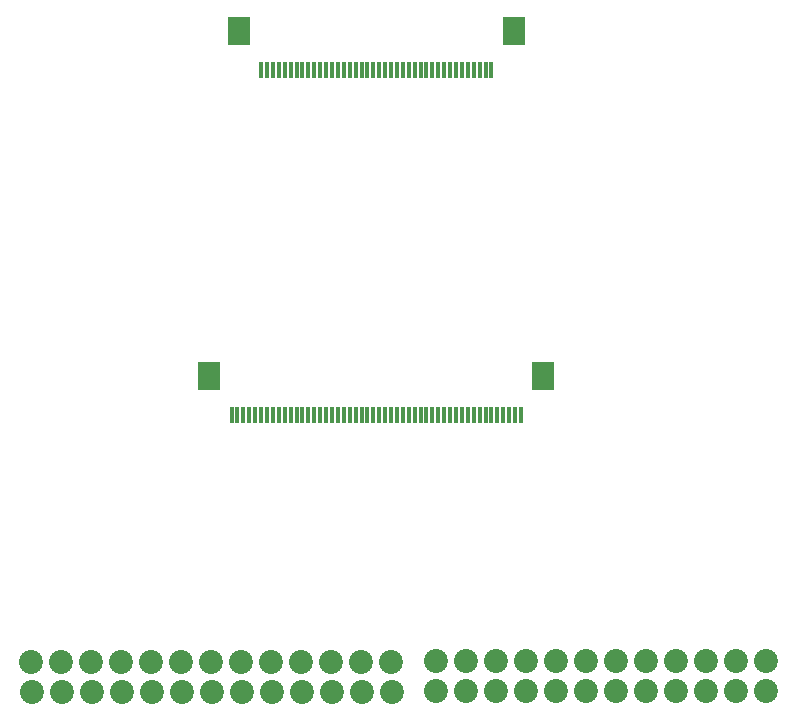
<source format=gts>
G75*
G70*
%OFA0B0*%
%FSLAX24Y24*%
%IPPOS*%
%LPD*%
%AMOC8*
5,1,8,0,0,1.08239X$1,22.5*
%
%ADD10R,0.0157X0.0551*%
%ADD11R,0.0748X0.0925*%
%ADD12C,0.0799*%
D10*
X008278Y010821D03*
X008475Y010821D03*
X008672Y010821D03*
X008869Y010821D03*
X009065Y010821D03*
X009262Y010821D03*
X009459Y010821D03*
X009656Y010821D03*
X009853Y010821D03*
X010050Y010821D03*
X010246Y010821D03*
X010443Y010821D03*
X010640Y010821D03*
X010837Y010821D03*
X011034Y010821D03*
X011231Y010821D03*
X011428Y010821D03*
X011624Y010821D03*
X011821Y010821D03*
X012018Y010821D03*
X012215Y010821D03*
X012412Y010821D03*
X012609Y010821D03*
X012806Y010821D03*
X013002Y010821D03*
X013199Y010821D03*
X013396Y010821D03*
X013593Y010821D03*
X013790Y010821D03*
X013987Y010821D03*
X014183Y010821D03*
X014380Y010821D03*
X014577Y010821D03*
X014774Y010821D03*
X014971Y010821D03*
X015168Y010821D03*
X015365Y010821D03*
X015561Y010821D03*
X015758Y010821D03*
X015955Y010821D03*
X016152Y010821D03*
X016349Y010821D03*
X016546Y010821D03*
X016743Y010821D03*
X016939Y010821D03*
X017136Y010821D03*
X017333Y010821D03*
X017530Y010821D03*
X017727Y010821D03*
X017924Y010821D03*
X016939Y022321D03*
X016743Y022321D03*
X016546Y022321D03*
X016349Y022321D03*
X016152Y022321D03*
X015955Y022321D03*
X015758Y022321D03*
X015561Y022321D03*
X015365Y022321D03*
X015168Y022321D03*
X014971Y022321D03*
X014774Y022321D03*
X014577Y022321D03*
X014380Y022321D03*
X014183Y022321D03*
X013987Y022321D03*
X013790Y022321D03*
X013593Y022321D03*
X013396Y022321D03*
X013199Y022321D03*
X013002Y022321D03*
X012806Y022321D03*
X012609Y022321D03*
X012412Y022321D03*
X012215Y022321D03*
X012018Y022321D03*
X011821Y022321D03*
X011624Y022321D03*
X011428Y022321D03*
X011231Y022321D03*
X011034Y022321D03*
X010837Y022321D03*
X010640Y022321D03*
X010443Y022321D03*
X010246Y022321D03*
X010050Y022321D03*
X009853Y022321D03*
X009656Y022321D03*
X009459Y022321D03*
X009262Y022321D03*
D11*
X008514Y023601D03*
X017687Y023601D03*
X018672Y012101D03*
X007530Y012101D03*
D12*
X001611Y001581D03*
X002611Y001581D03*
X003611Y001581D03*
X004611Y001581D03*
X005611Y001581D03*
X006611Y001581D03*
X007611Y001581D03*
X008611Y001581D03*
X009611Y001581D03*
X010611Y001581D03*
X011611Y001581D03*
X012611Y001581D03*
X013611Y001581D03*
X013591Y002581D03*
X012591Y002581D03*
X011591Y002581D03*
X010591Y002581D03*
X009591Y002581D03*
X008591Y002581D03*
X007591Y002581D03*
X006591Y002581D03*
X005591Y002581D03*
X004591Y002581D03*
X003591Y002581D03*
X002591Y002581D03*
X001591Y002581D03*
X015101Y002601D03*
X016101Y002601D03*
X017101Y002601D03*
X018101Y002601D03*
X019101Y002601D03*
X020101Y002601D03*
X021101Y002601D03*
X022101Y002601D03*
X023101Y002601D03*
X024101Y002601D03*
X025101Y002601D03*
X026101Y002601D03*
X026101Y001601D03*
X025101Y001601D03*
X024101Y001601D03*
X023101Y001601D03*
X022101Y001601D03*
X021101Y001601D03*
X020101Y001601D03*
X019101Y001601D03*
X018101Y001601D03*
X017101Y001601D03*
X016101Y001601D03*
X015101Y001601D03*
M02*

</source>
